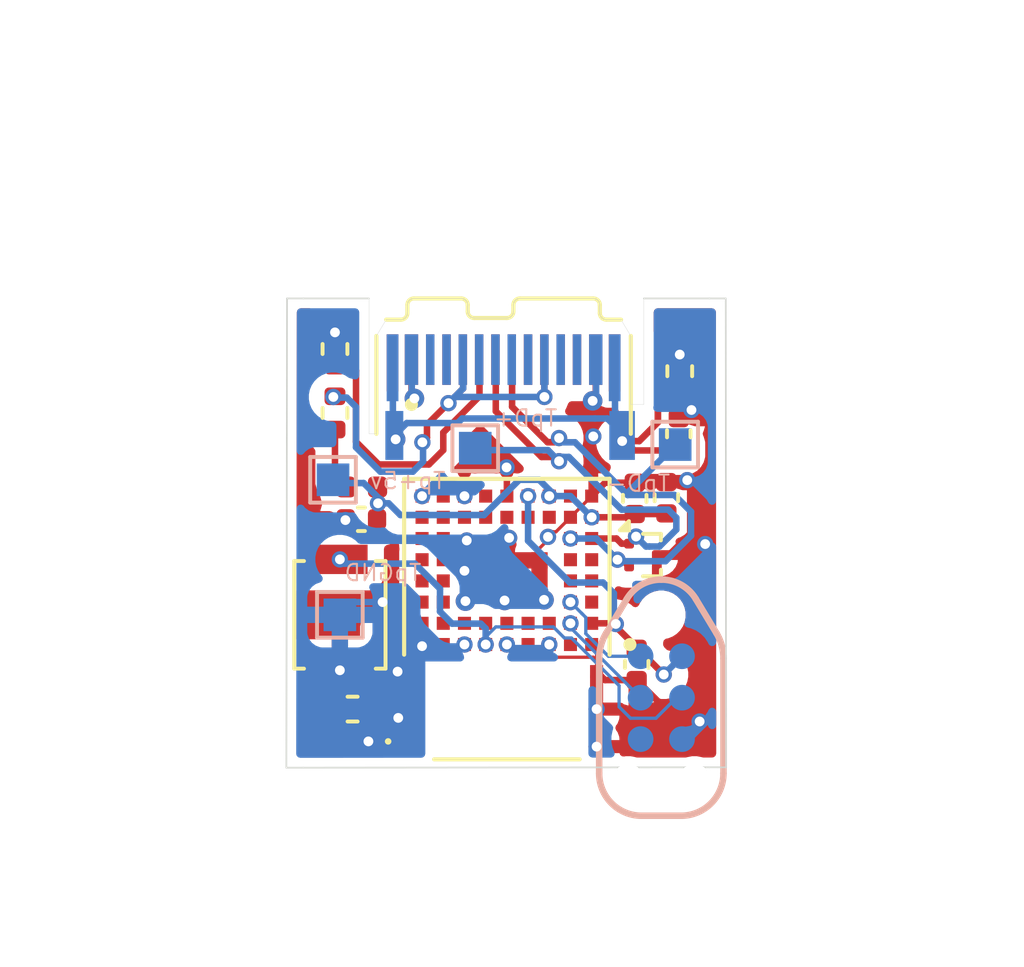
<source format=kicad_pcb>
(kicad_pcb (version 20241229) (generator "pcbnew") (generator_version "9.0")
  (layers (0 "F.Cu" signal) (4 "In1.Cu" signal) (6 "In2.Cu" signal) (8 "In3.Cu" signal) (10 "In4.Cu" signal) (2 "B.Cu" signal) (13 "F.Paste" user) (15 "B.Paste" user) (5 "F.SilkS" user "F.Silkscreen") (7 "B.SilkS" user "B.Silkscreen") (1 "F.Mask" user) (3 "B.Mask" user) (25 "Edge.Cuts" user))
  (net 0 "")
  (net 1 "GND")
  (net 2 "D-")
  (net 3 "Net-(LED_STATUS1-A)")
  (net 4 "D+")
  (net 5 "LED_ST")
  (net 6 "+5V")
  (net 7 "SWDIO")
  (net 8 "RST")
  (net 9 "SWCLK")
  (net 10 "Net-(C26-Pad1)")
  (net 11 "VBUS_Raw")
  (net 13 "VDD_NRF")
  (net 45 "Net-(F1-Pad1)")
  (net 46 "Net-(USB_C2-CC)")
  (footprint "Capacitor_SMD:C_0402_1005Metric" (layer "F.Cu") (at 147.31 109.29)
    (property "Reference" "C22" (hide yes))
    (property "Value" "10uF" (hide yes))
    (pad "1" smd roundrect (at -0.48 0) (size 0.56 0.62) (layers "F.Cu" "F.Mask" "F.Paste") (net 1 "GND"))
    (pad "2" smd roundrect (at 0.48 0) (size 0.56 0.62) (layers "F.Cu" "F.Mask" "F.Paste") (net 6 "+5V"))
  )
  (footprint "Resistor_SMD:R_0402_1005Metric" (layer "F.Cu") (at 146.5 106.03 -90)
    (property "Reference" "FB1" (hide yes))
    (property "Value" "100 Ω @ 100 MHz" (hide yes))
    (pad "1" smd roundrect (at -0.51 0 270) (size 0.54 0.64) (layers "F.Cu" "F.Mask" "F.Paste") (net 11 "VBUS_Raw"))
    (pad "2" smd roundrect (at 0.51 0 270) (size 0.54 0.64) (layers "F.Cu" "F.Mask" "F.Paste") (net 45 "Net-(F1-Pad1)"))
  )
  (footprint "BL653_59:BL653_59" (layer "F.Cu") (at 151.77 112.35 180)
    (property "Reference" "U1" (hide yes))
    (property "Value" "453-00059R" (hide yes))
    (pad "1" smd rect (at -2.6 -0.78 180) (size 0.4 0.4) (layers "F.Cu" "F.Mask" "F.Paste") (net 1 "GND"))
    (pad "2" smd rect (at -1.95 -0.78 180) (size 0.4 0.4) (layers "F.Cu" "F.Mask" "F.Paste"))
    (pad "3" smd rect (at -1.3 -0.78 180) (size 0.4 0.4) (layers "F.Cu" "F.Mask" "F.Paste") (net 1 "GND"))
    (pad "4" smd rect (at -0.65 -0.78 180) (size 0.4 0.4) (layers "F.Cu" "F.Mask" "F.Paste"))
    (pad "5" smd rect (at 0 -0.78 180) (size 0.4 0.4) (layers "F.Cu" "F.Mask" "F.Paste") (net 1 "GND"))
    (pad "6" smd rect (at 0.65 -0.78 180) (size 0.4 0.4) (layers "F.Cu" "F.Mask" "F.Paste") (net 8 "RST"))
    (pad "7" smd rect (at 1.3 -0.78 180) (size 0.4 0.4) (layers "F.Cu" "F.Mask" "F.Paste") (net 1 "GND"))
    (pad "8" smd rect (at 1.95 -0.78 180) (size 0.4 0.4) (layers "F.Cu" "F.Mask" "F.Paste"))
    (pad "9" smd rect (at 2.6 -0.78 180) (size 0.4 0.4) (layers "F.Cu" "F.Mask" "F.Paste") (net 1 "GND"))
    (pad "10" smd rect (at 2.6 -0.13 180) (size 0.4 0.4) (layers "F.Cu" "F.Mask" "F.Paste") (net 5 "LED_ST"))
    (pad "11" smd rect (at 2.6 0.52 180) (size 0.4 0.4) (layers "F.Cu" "F.Mask" "F.Paste") (net 1 "GND"))
    (pad "12" smd rect (at 2.6 1.17 180) (size 0.4 0.4) (layers "F.Cu" "F.Mask" "F.Paste"))
    (pad "13" smd rect (at 2.6 1.82 180) (size 0.4 0.4) (layers "F.Cu" "F.Mask" "F.Paste"))
    (pad "14" smd rect (at 2.6 2.47 180) (size 0.4 0.4) (layers "F.Cu" "F.Mask" "F.Paste"))
    (pad "15" smd rect (at 2.6 3.12 180) (size 0.4 0.4) (layers "F.Cu" "F.Mask" "F.Paste"))
    (pad "16" smd rect (at 2.6 3.77 180) (size 0.4 0.4) (layers "F.Cu" "F.Mask" "F.Paste") (net 1 "GND"))
    (pad "17" smd rect (at 1.95 3.77 180) (size 0.4 0.4) (layers "F.Cu" "F.Mask" "F.Paste"))
    (pad "18" smd rect (at 1.3 3.77 180) (size 0.4 0.4) (layers "F.Cu" "F.Mask" "F.Paste") (net 1 "GND"))
    (pad "19" smd rect (at 0.65 3.77 180) (size 0.4 0.4) (layers "F.Cu" "F.Mask" "F.Paste"))
    (pad "20" smd rect (at 0 3.77 180) (size 0.4 0.4) (layers "F.Cu" "F.Mask" "F.Paste") (net 1 "GND"))
    (pad "21" smd rect (at -0.65 3.77 180) (size 0.4 0.4) (layers "F.Cu" "F.Mask" "F.Paste") (net 13 "VDD_NRF"))
    (pad "22" smd rect (at -1.3 3.77 180) (size 0.4 0.4) (layers "F.Cu" "F.Mask" "F.Paste") (net 6 "+5V"))
    (pad "23" smd rect (at -1.95 3.77 180) (size 0.4 0.4) (layers "F.Cu" "F.Mask" "F.Paste"))
    (pad "24" smd rect (at -2.6 3.77 180) (size 0.4 0.4) (layers "F.Cu" "F.Mask" "F.Paste") (net 1 "GND"))
    (pad "25" smd rect (at -2.6 3.12 180) (size 0.4 0.4) (layers "F.Cu" "F.Mask" "F.Paste") (net 6 "+5V"))
    (pad "26" smd rect (at -2.6 2.47 180) (size 0.4 0.4) (layers "F.Cu" "F.Mask" "F.Paste") (net 4 "D+"))
    (pad "27" smd rect (at -2.6 1.82 180) (size 0.4 0.4) (layers "F.Cu" "F.Mask" "F.Paste"))
    (pad "28" smd rect (at -2.6 1.17 180) (size 0.4 0.4) (layers "F.Cu" "F.Mask" "F.Paste"))
    (pad "29" smd rect (at -2.6 0.52 180) (size 0.4 0.4) (layers "F.Cu" "F.Mask" "F.Paste"))
    (pad "30" smd rect (at -2.6 -0.13 180) (size 0.4 0.4) (layers "F.Cu" "F.Mask" "F.Paste") (net 13 "VDD_NRF"))
    (pad "31" smd rect (at -1.95 -0.13 180) (size 0.4 0.4) (layers "F.Cu" "F.Mask" "F.Paste") (net 9 "SWCLK"))
    (pad "32" smd rect (at -1.3 -0.13 180) (size 0.4 0.4) (layers "F.Cu" "F.Mask" "F.Paste"))
    (pad "33" smd rect (at -0.65 -0.13 180) (size 0.4 0.4) (layers "F.Cu" "F.Mask" "F.Paste"))
    (pad "34" smd rect (at 0 -0.13 180) (size 0.4 0.4) (layers "F.Cu" "F.Mask" "F.Paste"))
    (pad "35" smd rect (at 0.65 -0.13 180) (size 0.4 0.4) (layers "F.Cu" "F.Mask" "F.Paste"))
    (pad "36" smd rect (at 1.3 -0.13 180) (size 0.4 0.4) (layers "F.Cu" "F.Mask" "F.Paste"))
    (pad "37" smd rect (at 1.95 -0.13 180) (size 0.4 0.4) (layers "F.Cu" "F.Mask" "F.Paste"))
    (pad "38" smd rect (at 1.95 0.52 180) (size 0.4 0.4) (layers "F.Cu" "F.Mask" "F.Paste"))
    (pad "39" smd rect (at 1.95 1.17 180) (size 0.4 0.4) (layers "F.Cu" "F.Mask" "F.Paste"))
    (pad "40" smd rect (at 1.95 1.82 180) (size 0.4 0.4) (layers "F.Cu" "F.Mask" "F.Paste"))
    (pad "41" smd rect (at 1.95 2.47 180) (size 0.4 0.4) (layers "F.Cu" "F.Mask" "F.Paste"))
    (pad "42" smd rect (at 1.95 3.12 180) (size 0.4 0.4) (layers "F.Cu" "F.Mask" "F.Paste"))
    (pad "43" smd rect (at 1.3 3.12 180) (size 0.4 0.4) (layers "F.Cu" "F.Mask" "F.Paste"))
    (pad "44" smd rect (at 0.65 3.12 180) (size 0.4 0.4) (layers "F.Cu" "F.Mask" "F.Paste"))
    (pad "45" smd rect (at 0 3.12 180) (size 0.4 0.4) (layers "F.Cu" "F.Mask" "F.Paste"))
    (pad "46" smd rect (at -0.65 3.12 180) (size 0.4 0.4) (layers "F.Cu" "F.Mask" "F.Paste"))
    (pad "47" smd rect (at -1.3 3.12 180) (size 0.4 0.4) (layers "F.Cu" "F.Mask" "F.Paste"))
    (pad "48" smd rect (at -1.95 3.12 180) (size 0.4 0.4) (layers "F.Cu" "F.Mask" "F.Paste") (net 1 "GND"))
    (pad "49" smd rect (at -1.95 2.47 180) (size 0.4 0.4) (layers "F.Cu" "F.Mask" "F.Paste") (net 2 "D-"))
    (pad "50" smd rect (at -1.95 1.82 180) (size 0.4 0.4) (layers "F.Cu" "F.Mask" "F.Paste"))
    (pad "51" smd rect (at -1.95 1.17 180) (size 0.4 0.4) (layers "F.Cu" "F.Mask" "F.Paste"))
    (pad "52" smd rect (at -1.95 0.52 180) (size 0.4 0.4) (layers "F.Cu" "F.Mask" "F.Paste") (net 7 "SWDIO"))
    (pad "G1" smd rect (at -1 1.8 180) (size 0.5 0.5) (layers "F.Cu" "F.Mask" "F.Paste") (net 1 "GND"))
    (pad "G2" smd rect (at 2.75 -3.91 180) (size 0.4 0.4) (layers "F.Cu" "F.Mask" "F.Paste") (net 1 "GND"))
    (pad "G3" smd rect (at 2.75 -2.76 180) (size 0.4 0.4) (layers "F.Cu" "F.Mask" "F.Paste") (net 1 "GND"))
    (pad "G4" smd rect (at 2.75 -1.61 180) (size 0.4 0.4) (layers "F.Cu" "F.Mask" "F.Paste") (net 1 "GND"))
    (pad "G5" smd rect (at -2.75 -1.61 180) (size 0.4 0.4) (layers "F.Cu" "F.Mask" "F.Paste") (net 1 "GND"))
    (pad "G6" smd rect (at -2.75 -2.76 180) (size 0.4 0.4) (layers "F.Cu" "F.Mask" "F.Paste") (net 1 "GND"))
    (pad "G7" smd rect (at -2.75 -3.91 180) (size 0.4 0.4) (layers "F.Cu" "F.Mask" "F.Paste") (net 1 "GND"))
    (zone (net 0) (net_name "") (layer "F.Cu") (connect_pads (clearance 0)) (min_thickness 0.01)
      (keepout (tracks not_allowed) (vias not_allowed) (pads not_allowed) (copperpour not_allowed) (footprints allowed))
      (fill (thermal_gap 0.508) (thermal_bridge_width 0.508))
      (polygon (pts (xy 154.27 116.65) (xy 149.27 116.65) (xy 149.27 113.65) (xy 154.27 113.65)))
    )
    (zone (net 0) (net_name "") (layer "B.Cu") (connect_pads (clearance 0)) (min_thickness 0.01)
      (keepout (tracks not_allowed) (vias not_allowed) (pads not_allowed) (copperpour not_allowed) (footprints allowed))
      (fill (thermal_gap 0.508) (thermal_bridge_width 0.508))
      (polygon (pts (xy 154.27 116.65) (xy 149.27 116.65) (xy 149.27 113.65) (xy 154.27 113.65)))
    )
  )
  (footprint "USB_C_MALE_LONG:USB_C_MALE_LONG" (layer "F.Cu") (at 151.67 102.52 180)
    (property "Reference" "USB_C2" (hide yes))
    (property "Value" "DX07P024AJ1R1500" (hide yes))
    (fp_line (start 4.125 -4.15) (end 4.125 0) (stroke (width 0.01)) (layer "Edge.Cuts"))
    (fp_line (start 3.9 -1.15) (end 3.9 -4.15) (stroke (width 0.01)) (layer "Edge.Cuts"))
    (fp_line (start 3.9 -4.15) (end 4.125 -4.15) (stroke (width 0.01)) (layer "Edge.Cuts"))
    (fp_line (start 3.6 -0.65) (end 3.9 -1.15) (stroke (width 0.01)) (layer "Edge.Cuts"))
    (fp_line (start 3.6 -0.65) (end 3.15 -0.65) (stroke (width 0.01)) (layer "Edge.Cuts"))
    (fp_line (start 2.95 -0.45) (end 2.95 -0.2) (stroke (width 0.01)) (layer "Edge.Cuts"))
    (fp_line (start 2.75 0) (end 1.3 0) (stroke (width 0.01)) (layer "Edge.Cuts"))
    (fp_line (start 1.1 -0.2) (end 1.1 -0.4) (stroke (width 0.01)) (layer "Edge.Cuts"))
    (fp_line (start 0.9 -0.6) (end -0.1 -0.6) (stroke (width 0.01)) (layer "Edge.Cuts"))
    (fp_line (start -0.3 -0.4) (end -0.3 -0.2) (stroke (width 0.01)) (layer "Edge.Cuts"))
    (fp_line (start -0.5 0) (end -2.75 0) (stroke (width 0.01)) (layer "Edge.Cuts"))
    (fp_line (start -2.95 -0.2) (end -2.95 -0.45) (stroke (width 0.01)) (layer "Edge.Cuts"))
    (fp_line (start -3.15 -0.65) (end -3.6 -0.65) (stroke (width 0.01)) (layer "Edge.Cuts"))
    (fp_line (start -3.6 -0.65) (end -3.9 -1.15) (stroke (width 0.01)) (layer "Edge.Cuts"))
    (fp_line (start -3.9 -1.15) (end -3.9 -3.25) (stroke (width 0.01)) (layer "Edge.Cuts"))
    (fp_line (start -3.9 -3.25) (end -4.3 -3.25) (stroke (width 0.01)) (layer "Edge.Cuts"))
    (fp_line (start -4.3 -3.25) (end -4.3 0) (stroke (width 0.01)) (layer "Edge.Cuts"))
    (fp_arc (start 2.95 -0.2) (mid 2.891421 -0.058579) (end 2.75 0) (stroke (width 0.01)) (layer "Edge.Cuts"))
    (fp_arc (start 2.95 -0.45) (mid 3.008579 -0.591421) (end 3.15 -0.65) (stroke (width 0.01)) (layer "Edge.Cuts"))
    (fp_arc (start 1.3 0) (mid 1.158579 -0.058579) (end 1.1 -0.2) (stroke (width 0.01)) (layer "Edge.Cuts"))
    (fp_arc (start 0.9 -0.6) (mid 1.041421 -0.541421) (end 1.1 -0.4) (stroke (width 0.01)) (layer "Edge.Cuts"))
    (fp_arc (start -0.3 -0.2) (mid -0.358579 -0.058579) (end -0.5 0) (stroke (width 0.01)) (layer "Edge.Cuts"))
    (fp_arc (start -0.3 -0.4) (mid -0.241421 -0.541421) (end -0.1 -0.6) (stroke (width 0.01)) (layer "Edge.Cuts"))
    (fp_arc (start -2.75 0) (mid -2.891421 -0.058579) (end -2.95 -0.2) (stroke (width 0.01)) (layer "Edge.Cuts"))
    (fp_arc (start -3.15 -0.65) (mid -3.008579 -0.591421) (end -2.95 -0.45) (stroke (width 0.01)) (layer "Edge.Cuts"))
    (pad "A1" smd rect (at 2.825 -1.875 180) (size 0.41 1.55) (layers "F.Cu" "F.Mask" "F.Paste") (net 1 "GND"))
    (pad "A2" smd rect (at 2.25 -1.875 180) (size 0.26 1.55) (layers "F.Cu" "F.Mask" "F.Paste"))
    (pad "A3" smd rect (at 1.75 -1.875 180) (size 0.26 1.55) (layers "F.Cu" "F.Mask" "F.Paste"))
    (pad "A4" smd rect (at 1.25 -1.875 180) (size 0.26 1.55) (layers "F.Cu" "F.Mask" "F.Paste") (net 11 "VBUS_Raw"))
    (pad "A5" smd rect (at 0.75 -1.875 180) (size 0.26 1.55) (layers "F.Cu" "F.Mask" "F.Paste") (net 46 "Net-(USB_C2-CC)"))
    (pad "A6" smd rect (at 0.25 -1.875 180) (size 0.26 1.55) (layers "F.Cu" "F.Mask" "F.Paste") (net 4 "D+"))
    (pad "A7" smd rect (at -0.25 -1.875 180) (size 0.26 1.55) (layers "F.Cu" "F.Mask" "F.Paste") (net 2 "D-"))
    (pad "A8" smd rect (at -0.75 -1.875 180) (size 0.26 1.55) (layers "F.Cu" "F.Mask" "F.Paste"))
    (pad "A9" smd rect (at -1.25 -1.875 180) (size 0.26 1.55) (layers "F.Cu" "F.Mask" "F.Paste") (net 11 "VBUS_Raw"))
    (pad "A10" smd rect (at -1.75 -1.875 180) (size 0.26 1.55) (layers "F.Cu" "F.Mask" "F.Paste"))
    (pad "A11" smd rect (at -2.25 -1.875 180) (size 0.26 1.55) (layers "F.Cu" "F.Mask" "F.Paste"))
    (pad "A12" smd rect (at -2.825 -1.875 180) (size 0.41 1.55) (layers "F.Cu" "F.Mask" "F.Paste") (net 1 "GND"))
    (pad "B1" smd rect (at -2.825 -1.875 180) (size 0.41 1.55) (layers "B.Cu" "B.Mask" "B.Paste") (net 1 "GND"))
    (pad "B2" smd rect (at -2.25 -1.875 180) (size 0.26 1.55) (layers "B.Cu" "B.Mask" "B.Paste"))
    (pad "B3" smd rect (at -1.75 -1.875 180) (size 0.26 1.55) (layers "B.Cu" "B.Mask" "B.Paste"))
    (pad "B4" smd rect (at -1.25 -1.875 180) (size 0.26 1.55) (layers "B.Cu" "B.Mask" "B.Paste") (net 11 "VBUS_Raw"))
    (pad "B5" smd rect (at -0.75 -1.875 180) (size 0.26 1.55) (layers "B.Cu" "B.Mask" "B.Paste"))
    (pad "B6" smd rect (at -0.25 -1.875 180) (size 0.26 1.55) (layers "B.Cu" "B.Mask" "B.Paste"))
    (pad "B7" smd rect (at 0.25 -1.875 180) (size 0.26 1.55) (layers "B.Cu" "B.Mask" "B.Paste"))
    (pad "B8" smd rect (at 0.75 -1.875 180) (size 0.26 1.55) (layers "B.Cu" "B.Mask" "B.Paste"))
    (pad "B9" smd rect (at 1.25 -1.875 180) (size 0.26 1.55) (layers "B.Cu" "B.Mask" "B.Paste") (net 11 "VBUS_Raw"))
    (pad "B10" smd rect (at 1.75 -1.875 180) (size 0.26 1.55) (layers "B.Cu" "B.Mask" "B.Paste"))
    (pad "B11" smd rect (at 2.25 -1.875 180) (size 0.26 1.55) (layers "B.Cu" "B.Mask" "B.Paste"))
    (pad "B12" smd rect (at 2.825 -1.875 180) (size 0.41 1.55) (layers "B.Cu" "B.Mask" "B.Paste") (net 1 "GND"))
    (pad "S1" smd rect (at -3.405 -1.975 180) (size 0.36 1.75) (layers "F.Cu" "F.Mask" "F.Paste"))
    (pad "S2" smd rect (at 3.405 -1.975 180) (size 0.36 1.75) (layers "F.Cu" "F.Mask" "F.Paste"))
    (pad "S3" smd rect (at -3.405 -2.125 180) (size 0.36 2.05) (layers "B.Cu" "B.Mask" "B.Paste") (net 10 "Net-(C26-Pad1)"))
    (pad "S4" smd rect (at 3.405 -2.125 180) (size 0.36 2.05) (layers "B.Cu" "B.Mask" "B.Paste") (net 10 "Net-(C26-Pad1)"))
    (pad "S5" smd rect (at -3.6325 -4.2 180) (size 0.785 1.5) (layers "B.Cu" "B.Mask" "B.Paste") (net 10 "Net-(C26-Pad1)"))
    (pad "S6" smd rect (at 3.35 -4.2 180) (size 0.55 1.5) (layers "B.Cu" "B.Mask" "B.Paste") (net 10 "Net-(C26-Pad1)"))
  )
  (footprint "Resistor_SMD:R_0402_1005Metric" (layer "F.Cu") (at 157.07 104.75 90)
    (property "Reference" "R26" (hide yes))
    (property "Value" "1M" (hide yes))
    (pad "1" smd roundrect (at -0.51 0 90) (size 0.54 0.64) (layers "F.Cu" "F.Mask" "F.Paste") (net 10 "Net-(C26-Pad1)"))
    (pad "2" smd roundrect (at 0.51 0 90) (size 0.54 0.64) (layers "F.Cu" "F.Mask" "F.Paste") (net 1 "GND"))
  )
  (footprint "Capacitor_SMD:C_0402_1005Metric" (layer "F.Cu") (at 156.66 108.63 -90)
    (property "Reference" "C11" (hide yes))
    (property "Value" "4.7uF" (hide yes))
    (pad "1" smd roundrect (at -0.48 0 270) (size 0.56 0.62) (layers "F.Cu" "F.Mask" "F.Paste") (net 1 "GND"))
    (pad "2" smd roundrect (at 0.48 0 270) (size 0.56 0.62) (layers "F.Cu" "F.Mask" "F.Paste") (net 6 "+5V"))
  )
  (footprint "Button_Switch_SMD:SW_SPST_B3U-1000P" (layer "F.Cu") (at 146.65 112.22 -90)
    (property "Reference" "SWReset_1" (hide yes))
    (property "Value" "B3U-1100P" (hide yes))
    (pad "1" smd rect (at -1.7 0 270) (size 0.9 1.7) (layers "F.Cu" "F.Mask" "F.Paste") (net 8 "RST"))
    (pad "2" smd rect (at 1.7 0 270) (size 0.9 1.7) (layers "F.Cu" "F.Mask" "F.Paste") (net 1 "GND"))
  )
  (footprint "Fuse:Fuse_0402_1005Metric" (layer "F.Cu") (at 147.32 108.3)
    (property "Reference" "F1" (hide yes))
    (property "Value" "750mA" (hide yes))
    (pad "1" smd roundrect (at -0.485 0) (size 0.59 0.64) (layers "F.Cu" "F.Mask" "F.Paste") (net 45 "Net-(F1-Pad1)"))
    (pad "2" smd roundrect (at 0.485 0) (size 0.59 0.64) (layers "F.Cu" "F.Mask" "F.Paste") (net 6 "+5V"))
  )
  (footprint "Package_TO_SOT_SMD:Texas_DRT-3" (layer "F.Cu") (at 155.9425 110.3875 -90)
    (property "Reference" "ESD1" (hide yes))
    (property "Value" "TPD2EUSB30" (hide yes))
    (pad "1" smd roundrect (at -0.35 0.425 270) (size 0.3 0.3) (layers "F.Cu" "F.Mask" "F.Paste") (net 4 "D+"))
    (pad "2" smd roundrect (at 0.35 0.425 270) (size 0.3 0.3) (layers "F.Cu" "F.Mask" "F.Paste") (net 2 "D-"))
    (pad "3" smd roundrect (at 0 -0.425 270) (size 0.3 0.3) (layers "F.Cu" "F.Mask" "F.Paste") (net 1 "GND"))
  )
  (footprint "Capacitor_SMD:C_0402_1005Metric" (layer "F.Cu") (at 155.75 113.74 90)
    (property "Reference" "C24" (hide yes))
    (property "Value" "100nF" (hide yes))
    (pad "1" smd roundrect (at -0.48 0 90) (size 0.56 0.62) (layers "F.Cu" "F.Mask" "F.Paste") (net 1 "GND"))
    (pad "2" smd roundrect (at 0.48 0 90) (size 0.56 0.62) (layers "F.Cu" "F.Mask" "F.Paste") (net 13 "VDD_NRF"))
  )
  (footprint "Capacitor_SMD:C_0402_1005Metric" (layer "F.Cu") (at 155.69 108.65 90)
    (property "Reference" "C23" (hide yes))
    (property "Value" "100nF" (hide yes))
    (pad "1" smd roundrect (at -0.48 0 90) (size 0.56 0.62) (layers "F.Cu" "F.Mask" "F.Paste") (net 6 "+5V"))
    (pad "2" smd roundrect (at 0.48 0 90) (size 0.56 0.62) (layers "F.Cu" "F.Mask" "F.Paste") (net 1 "GND"))
  )
  (footprint "LED_SMD:LED_0402_1005Metric" (layer "F.Cu") (at 147.04 116.1 180)
    (property "Reference" "LED_STATUS1" (hide yes))
    (property "Value" "LED" (hide yes))
    (pad "1" smd roundrect (at -0.485 0 180) (size 0.59 0.64) (layers "F.Cu" "F.Mask" "F.Paste") (net 1 "GND"))
    (pad "2" smd roundrect (at 0.485 0 180) (size 0.59 0.64) (layers "F.Cu" "F.Mask" "F.Paste") (net 3 "Net-(LED_STATUS1-A)"))
  )
  (footprint "Capacitor_SMD:C_0402_1005Metric" (layer "F.Cu") (at 157.04 106.67 90)
    (property "Reference" "C26" (hide yes))
    (property "Value" "1nF" (hide yes))
    (pad "1" smd roundrect (at -0.48 0 90) (size 0.56 0.62) (layers "F.Cu" "F.Mask" "F.Paste") (net 10 "Net-(C26-Pad1)"))
    (pad "2" smd roundrect (at 0.48 0 90) (size 0.56 0.62) (layers "F.Cu" "F.Mask" "F.Paste") (net 1 "GND"))
  )
  (footprint "Resistor_SMD:R_0402_1005Metric" (layer "F.Cu") (at 147.04 115.11 180)
    (property "Reference" "R21" (hide yes))
    (property "Value" "3.3k" (hide yes))
    (pad "1" smd roundrect (at -0.51 0 180) (size 0.54 0.64) (layers "F.Cu" "F.Mask" "F.Paste") (net 5 "LED_ST"))
    (pad "2" smd roundrect (at 0.51 0 180) (size 0.54 0.64) (layers "F.Cu" "F.Mask" "F.Paste") (net 3 "Net-(LED_STATUS1-A)"))
  )
  (footprint "Resistor_SMD:R_0402_1005Metric" (layer "F.Cu") (at 146.5 104.07 -90)
    (property "Reference" "R23" (hide yes))
    (property "Value" "5k1" (hide yes))
    (pad "1" smd roundrect (at -0.51 0 270) (size 0.54 0.64) (layers "F.Cu" "F.Mask" "F.Paste") (net 1 "GND"))
    (pad "2" smd roundrect (at 0.51 0 270) (size 0.54 0.64) (layers "F.Cu" "F.Mask" "F.Paste") (net 46 "Net-(USB_C2-CC)"))
  )
  (footprint "marbastlib-various:CON_TC2030_outlined" (layer "B.Cu") (at 156.505 114.76 -90)
    (property "Reference" "SWD1" (hide yes))
    (property "Value" "TC2030_SWD" (hide yes))
    (pad "" np_thru_hole circle (at -2.54 0 270) (size 0.9906 0.9906) (drill 0.9906) (layers "*.Cu" "*.Mask"))
    (pad "" np_thru_hole circle (at 2.54 -1.016 270) (size 0.9906 0.9906) (drill 0.9906) (layers "*.Cu" "*.Mask"))
    (pad "" np_thru_hole circle (at 2.54 1.016 270) (size 0.9906 0.9906) (drill 0.9906) (layers "*.Cu" "*.Mask"))
    (pad "1" connect circle (at -1.27 -0.635 270) (size 0.7874 0.7874) (layers "B.Cu" "B.Mask") (net 13 "VDD_NRF"))
    (pad "2" connect circle (at -1.27 0.635 270) (size 0.7874 0.7874) (layers "B.Cu" "B.Mask") (net 7 "SWDIO"))
    (pad "3" connect circle (at 0 -0.635 270) (size 0.7874 0.7874) (layers "B.Cu" "B.Mask") (net 8 "RST"))
    (pad "4" connect circle (at 0 0.635 270) (size 0.7874 0.7874) (layers "B.Cu" "B.Mask") (net 9 "SWCLK"))
    (pad "5" connect circle (at 1.27 -0.635 270) (size 0.7874 0.7874) (layers "B.Cu" "B.Mask") (net 1 "GND"))
    (pad "6" connect circle (at 1.27 0.635 270) (size 0.7874 0.7874) (layers "B.Cu" "B.Mask"))
  )
  (footprint "TestPoint:TestPoint_Pad_1.0x1.0mm" (layer "B.Cu") (at 156.93 107)
    (property "Reference" "TpD-" (at -1.13 1.19 180) (layer "B.SilkS") (effects (font (size 0.5 0.5) (thickness 0.0625)) (justify mirror)))
    (property "Value" "TestPoint" (hide yes))
    (pad "1" smd rect (at 0 0) (size 1 1) (layers "B.Cu" "B.Mask") (net 2 "D-"))
  )
  (footprint "TestPoint:TestPoint_Pad_1.0x1.0mm" (layer "B.Cu") (at 146.44 108.08)
    (property "Reference" "Tp+5v" (at 2.29 0.03 180) (layer "B.SilkS") (effects (font (size 0.5 0.5) (thickness 0.0625)) (justify mirror)))
    (property "Value" "TestPoint" (hide yes))
    (pad "1" smd rect (at 0 0) (size 1 1) (layers "B.Cu" "B.Mask") (net 6 "+5V"))
  )
  (footprint "TestPoint:TestPoint_Pad_1.0x1.0mm" (layer "B.Cu") (at 146.65 112.22)
    (property "Reference" "TpGND" (at 1.32 -1.29 180) (layer "B.SilkS") (effects (font (size 0.5 0.5) (thickness 0.0625)) (justify mirror)))
    (property "Value" "TestPoint" (hide yes))
    (pad "1" smd rect (at 0 0) (size 1 1) (layers "B.Cu" "B.Mask") (net 1 "GND"))
  )
  (footprint "TestPoint:TestPoint_Pad_1.0x1.0mm" (layer "B.Cu") (at 150.8 107.11)
    (property "Reference" "TpD+" (at 1.54 -0.92 180) (layer "B.SilkS") (effects (font (size 0.5 0.5) (thickness 0.0625)) (justify mirror)))
    (property "Value" "TestPoint" (hide yes))
    (pad "1" smd rect (at 0 0) (size 1 1) (layers "B.Cu" "B.Mask") (net 4 "D+"))
  )
  (gr_line (start 147.54 102.52) (end 145.53 102.52) (stroke (width 0.05)) (layer "Edge.Cuts"))
  (gr_line (start 157.98 102.52) (end 158.48 102.52) (stroke (width 0.05)) (layer "Edge.Cuts"))
  (gr_line (start 145.53 116.905115) (end 157.87 116.895) (stroke (width 0.05)) (layer "Edge.Cuts"))
  (gr_line (start 145.53 102.52) (end 145.03 102.52) (stroke (width 0.05)) (layer "Edge.Cuts"))
  (gr_line (start 158.48 102.52) (end 158.49 116.89491) (stroke (width 0.05)) (layer "Edge.Cuts"))
  (gr_line (start 145.03 102.52) (end 145.01 116.905115) (stroke (width 0.05)) (layer "Edge.Cuts"))
  (gr_line (start 145.53 116.905115) (end 145.01 116.905115) (stroke (width 0.05)) (layer "Edge.Cuts"))
  (gr_line (start 157.87 116.895) (end 157.9798 116.89491) (stroke (width 0.05)) (layer "Edge.Cuts"))
  (gr_line (start 155.97 102.52) (end 157.98 102.52) (stroke (width 0.05)) (layer "Edge.Cuts"))
  (gr_line (start 157.9798 116.89491) (end 158.49 116.89491) (stroke (width 0.05)) (layer "Edge.Cuts"))
  (segment (start 152.77 110.18) (end 153.03 109.92) (width 0.1) (layer "F.Cu") (net 1))
  (segment (start 153.72 109.23) (end 153.275 109.675) (width 0.1) (layer "F.Cu") (net 1))
  (segment (start 154.495 104.395) (end 154.495 105.675) (width 0.2) (layer "F.Cu") (net 1))
  (segment (start 151.76 107.7) (end 151.77 107.71) (width 0.2) (layer "F.Cu") (net 1))
  (segment (start 154.52 113.28) (end 154.52 113.62) (width 0.1) (layer "F.Cu") (net 1))
  (segment (start 157.39 108.14) (end 157.34 108.09) (width 0.1) (layer "F.Cu") (net 1))
  (segment (start 157.12 110.01) (end 156.7425 110.3875) (width 0.2) (layer "F.Cu") (net 1))
  (segment (start 154.37 105.82) (end 154.4 105.79) (width 0.1) (layer "F.Cu") (net 1))
  (segment (start 153.185 109.675) (end 153.03 109.83) (width 0.1) (layer "F.Cu") (net 1))
  (segment (start 157.25 108.04) (end 156.77 108.04) (width 0.2) (layer "F.Cu") (net 1))
  (segment (start 154.78 108.17) (end 155.69 108.17) (width 0.2) (layer "F.Cu") (net 1))
  (segment (start 155.75 114.22) (end 154.78 114.22) (width 0.2) (layer "F.Cu") (net 1))
  (segment (start 148.42 113.96) (end 149.02 113.96) (width 0.1) (layer "F.Cu") (net 1))
  (segment (start 156.7425 110.3875) (end 156.3675 110.3875) (width 0.2) (layer "F.Cu") (net 1))
  (segment (start 156.64 108.17) (end 156.66 108.15) (width 0.1) (layer "F.Cu") (net 1))
  (segment (start 153.07 113.13) (end 153.07 113.43) (width 0.1) (layer "F.Cu") (net 1))
  (segment (start 154.78 114.22) (end 154.52 113.96) (width 0.2) (layer "F.Cu") (net 1))
  (segment (start 154.495 105.675) (end 154.48 105.66) (width 0.1) (layer "F.Cu") (net 1))
  (segment (start 157.85 110.05) (end 157.08 110.05) (width 0.2) (layer "F.Cu") (net 1))
  (segment (start 149.02 113.28) (end 149.12 113.18) (width 0.1) (layer "F.Cu") (net 1))
  (segment (start 157.02 115.49) (end 157.68 115.49) (width 0.2) (layer "F.Cu") (net 1))
  (segment (start 153.72 109.23) (end 154.37 108.58) (width 0.1) (layer "F.Cu") (net 1))
  (segment (start 153.16 113.52) (end 154.42 113.52) (width 0.1) (layer "F.Cu") (net 1))
  (segment (start 157.16 110.05) (end 157.12 110.01) (width 0.1) (layer "F.Cu") (net 1))
  (segment (start 148.845 104.395) (end 148.845 105.495) (width 0.2) (layer "F.Cu") (net 1))
  (segment (start 157.04 106.19) (end 157.18 106.19) (width 0.1) (layer "F.Cu") (net 1))
  (segment (start 147.525 116.1) (end 147.685 116.26) (width 0.1) (layer "F.Cu") (net 1))
  (segment (start 153.07 113.43) (end 153.16 113.52) (width 0.1) (layer "F.Cu") (net 1))
  (segment (start 154.42 113.52) (end 154.52 113.62) (width 0.1) (layer "F.Cu") (net 1))
  (segment (start 149.17 113.81) (end 149.02 113.96) (width 0.1) (layer "F.Cu") (net 1))
  (segment (start 153.03 109.92) (end 153.03 109.83) (width 0.1) (layer "F.Cu") (net 1))
  (segment (start 154.42 106.75) (end 154.37 106.8) (width 0.2) (layer "F.Cu") (net 1))
  (segment (start 149.02 116.2) (end 149.02 116.26) (width 0.1) (layer "F.Cu") (net 1))
  (segment (start 154.48 105.66) (end 154.4 105.66) (width 0.1) (layer "F.Cu") (net 1))
  (segment (start 157.3 108.09) (end 157.25 108.04) (width 0.2) (layer "F.Cu") (net 1))
  (segment (start 154.52 113.62) (end 154.52 113.96) (width 0.1) (layer "F.Cu") (net 1))
  (segment (start 149.17 111.83) (end 147.96 111.83) (width 0.2) (layer "F.Cu") (net 1))
  (segment (start 155.75 114.22) (end 157.02 115.49) (width 0.2) (layer "F.Cu") (net 1))
  (segment (start 156.77 108.04) (end 156.64 108.17) (width 0.1) (layer "F.Cu") (net 1))
  (segment (start 153.275 109.675) (end 153.185 109.675) (width 0.1) (layer "F.Cu") (net 1))
  (segment (start 149.12 113.18) (end 149.17 113.18) (width 0.1) (layer "F.Cu") (net 1))
  (segment (start 154.37 113.13) (end 154.52 113.28) (width 0.1) (layer "F.Cu") (net 1))
  (segment (start 151.77 107.71) (end 151.77 108.58) (width 0.2) (layer "F.Cu") (net 1))
  (segment (start 155.69 108.17) (end 156.64 108.17) (width 0.2) (layer "F.Cu") (net 1))
  (segment (start 154.37 106.8) (end 154.37 108.58) (width 0.2) (layer "F.Cu") (net 1))
  (segment (start 157.39 108.14) (end 157.39 109.74) (width 0.2) (layer "F.Cu") (net 1))
  (segment (start 154.4 105.79) (end 154.4 105.66) (width 0.1) (layer "F.Cu") (net 1))
  (segment (start 147.685 116.26) (end 149.02 116.26) (width 0.1) (layer "F.Cu") (net 1))
  (segment (start 148.845 105.495) (end 148.935 105.585) (width 0.1) (layer "F.Cu") (net 1))
  (segment (start 157.08 110.05) (end 156.7425 110.3875) (width 0.2) (layer "F.Cu") (net 1))
  (segment (start 157.18 106.19) (end 157.43 105.94) (width 0.1) (layer "F.Cu") (net 1))
  (segment (start 152.77 110.55) (end 152.77 110.18) (width 0.1) (layer "F.Cu") (net 1))
  (segment (start 149.17 113.18) (end 149.17 113.81) (width 0.1) (layer "F.Cu") (net 1))
  (segment (start 157.34 108.09) (end 157.3 108.09) (width 0.1) (layer "F.Cu") (net 1))
  (segment (start 152.62 110.4) (end 152.77 110.55) (width 0.1) (layer "F.Cu") (net 1))
  (segment (start 146.82 109.315) (end 146.845 109.34) (width 0.1) (layer "F.Cu") (net 1))
  (segment (start 154.37 108.58) (end 154.78 108.17) (width 0.2) (layer "F.Cu") (net 1))
  (segment (start 148.96 115.05) (end 149.02 115.11) (width 0.1) (layer "F.Cu") (net 1))
  (segment (start 154.52 115.11) (end 154.52 113.96) (width 0.2) (layer "F.Cu") (net 1))
  (segment (start 157.39 109.74) (end 157.12 110.01) (width 0.2) (layer "F.Cu") (net 1))
  (via (at 150.47 110.87) (size 0.6) (drill 0.3) (layers "F.Cu" "B.Cu") (net 1))
  (via (at 157.3 108.09) (size 0.5) (drill 0.3) (layers "F.Cu" "B.Cu") (net 1))
  (via (at 148.935 105.585) (size 0.6) (drill 0.3) (layers "F.Cu" "B.Cu") (net 1))
  (via (at 153.07 113.13) (size 0.5) (drill 0.3) (layers "F.Cu" "B.Cu") (net 1))
  (via (at 146.65 113.92) (size 0.5) (drill 0.3) (layers "F.Cu" "B.Cu") (net 1))
  (via (at 150.47 113.13) (size 0.5) (drill 0.3) (layers "F.Cu" "B.Cu") (net 1))
  (via (at 157.68 115.49) (size 0.5) (drill 0.3) (layers "F.Cu" "B.Cu") (net 1))
  (via (at 153.03 109.83) (size 0.5) (drill 0.3) (layers "F.Cu" "B.Cu") (net 1))
  (via (at 157.85 110.05) (size 0.5) (drill 0.3) (layers "F.Cu" "B.Cu") (net 1))
  (via (at 147.525 116.1) (size 0.5) (drill 0.3) (layers "F.Cu" "B.Cu") (net 1))
  (via (at 157.07 104.24) (size 0.5) (drill 0.3) (layers "F.Cu" "B.Cu") (net 1))
  (via (at 151.77 113.13) (size 0.5) (drill 0.3) (layers "F.Cu" "B.Cu") (net 1))
  (via (at 152.91 111.76) (size 0.6) (drill 0.3) (layers "F.Cu" "B.Cu") (net 1))
  (via (at 154.52 116.26) (size 0.5) (drill 0.3) (layers "F.Cu" "B.Cu") (net 1))
  (via (at 157.43 105.94) (size 0.5) (drill 0.3) (layers "F.Cu" "B.Cu") (net 1))
  (via (at 154.4 105.66) (size 0.6) (drill 0.3) (layers "F.Cu" "B.Cu") (net 1))
  (via (at 148.42 113.96) (size 0.5) (drill 0.3) (layers "F.Cu" "B.Cu") (net 1))
  (via (at 151.76 107.7) (size 0.5) (drill 0.3) (layers "F.Cu" "B.Cu") (net 1))
  (via (at 151.7 111.78) (size 0.6) (drill 0.3) (layers "F.Cu" "B.Cu") (net 1))
  (via (at 148.44 115.38) (size 0.6) (drill 0.3) (layers "F.Cu" "B.Cu") (net 1))
  (via (at 146.82 109.315) (size 0.5) (drill 0.3) (layers "F.Cu" "B.Cu") (net 1))
  (via (at 151.84 109.86) (size 0.5) (drill 0.3) (layers "F.Cu" "B.Cu") (net 1))
  (via (at 150.5 111.8) (size 0.6) (drill 0.3) (layers "F.Cu" "B.Cu") (net 1))
  (via (at 147.96 111.83) (size 0.5) (drill 0.3) (layers "F.Cu" "B.Cu") (net 1))
  (via (at 146.5 103.56) (size 0.5) (drill 0.3) (layers "F.Cu" "B.Cu") (net 1))
  (via (at 154.52 115.11) (size 0.5) (drill 0.3) (layers "F.Cu" "B.Cu") (net 1))
  (via (at 149.17 108.58) (size 0.5) (drill 0.3) (layers "F.Cu" "B.Cu") (net 1))
  (via (at 154.42 106.75) (size 0.5) (drill 0.3) (layers "F.Cu" "B.Cu") (net 1))
  (via (at 149.17 113.18) (size 0.5) (drill 0.3) (layers "F.Cu" "B.Cu") (net 1))
  (via (at 150.54 109.94) (size 0.5) (drill 0.3) (layers "F.Cu" "B.Cu") (net 1))
  (via (at 150.47 108.58) (size 0.5) (drill 0.3) (layers "F.Cu" "B.Cu") (net 1))
  (segment (start 147.96 111.83) (end 147.04 111.83) (width 0.2) (layer "B.Cu") (net 1))
  (segment (start 148.935 105.585) (end 148.855 105.505) (width 0.2) (layer "B.Cu") (net 1))
  (segment (start 148.855 105.505) (end 148.855 104.5725) (width 0.2) (layer "B.Cu") (net 1))
  (segment (start 147.04 111.83) (end 146.65 112.22) (width 0.2) (layer "B.Cu") (net 1))
  (segment (start 157.14 116.03) (end 157.68 115.49) (width 0.2) (layer "B.Cu") (net 1))
  (segment (start 146.07 115.69) (end 146.13 115.75) (width 0.1) (layer "B.Cu") (net 1))
  (segment (start 154.4 105.66) (end 154.505 105.555) (width 0.2) (layer "B.Cu") (net 1))
  (segment (start 154.505 105.555) (end 154.505 104.5725) (width 0.2) (layer "B.Cu") (net 1))
  (segment (start 153.37 106.8) (end 153.245 106.925) (width 0.2) (layer "F.Cu") (net 2))
  (segment (start 153.018197 106.929999) (end 153.240001 106.929999) (width 0.2) (layer "F.Cu") (net 2))
  (segment (start 151.93 105.841802) (end 153.018197 106.929999) (width 0.2) (layer "F.Cu") (net 2))
  (segment (start 153.240001 106.929999) (end 153.37 106.8) (width 0.2) (layer "F.Cu") (net 2))
  (segment (start 153.245 106.925) (end 153.043198 106.925) (width 0.2) (layer "F.Cu") (net 2))
  (segment (start 151.93 104.5725) (end 151.93 105.841802) (width 0.2) (layer "F.Cu") (net 2))
  (segment (start 155.16 110.53) (end 155.31 110.53) (width 0.2) (layer "F.Cu") (net 2))
  (segment (start 155.31 110.53) (end 155.5175 110.7375) (width 0.2) (layer "F.Cu") (net 2))
  (via (at 153.72 109.88) (size 0.5) (drill 0.3) (layers "F.Cu" "B.Cu") (net 2))
  (via (at 153.37 106.8) (size 0.5) (drill 0.3) (layers "F.Cu" "B.Cu") (net 2))
  (via (at 155.16 110.53) (size 0.5) (drill 0.3) (layers "F.Cu" "B.Cu") (net 2))
  (segment (start 156.73 107.22) (end 155.473198 108.476802) (width 0.2) (layer "B.Cu") (net 2))
  (segment (start 154.51 109.88) (end 153.72 109.88) (width 0.2) (layer "B.Cu") (net 2))
  (segment (start 153.499999 106.929999) (end 153.37 106.8) (width 0.2) (layer "B.Cu") (net 2))
  (segment (start 155.205 110.575) (end 156.633198 110.575) (width 0.2) (layer "B.Cu") (net 2))
  (segment (start 155.16 110.53) (end 154.51 109.88) (width 0.2) (layer "B.Cu") (net 2))
  (segment (start 155.473198 108.545) (end 153.858197 106.929999) (width 0.2) (layer "B.Cu") (net 2))
  (segment (start 156.633198 110.575) (end 157.184099 110.024099) (width 0.2) (layer "B.Cu") (net 2))
  (segment (start 155.473198 108.476802) (end 155.473198 108.545) (width 0.2) (layer "B.Cu") (net 2))
  (segment (start 156.903198 108.545) (end 155.473198 108.545) (width 0.2) (layer "B.Cu") (net 2))
  (segment (start 157.415 109.793198) (end 157.415 109.056802) (width 0.2) (layer "B.Cu") (net 2))
  (segment (start 153.858197 106.929999) (end 153.499999 106.929999) (width 0.2) (layer "B.Cu") (net 2))
  (segment (start 157.184099 110.024099) (end 157.415 109.793198) (width 0.2) (layer "B.Cu") (net 2))
  (segment (start 155.16 110.53) (end 155.205 110.575) (width 0.2) (layer "B.Cu") (net 2))
  (segment (start 157.415 109.056802) (end 156.903198 108.545) (width 0.2) (layer "B.Cu") (net 2))
  (segment (start 146.52 115.9825) (end 146.5375 116) (width 0.1) (layer "F.Cu") (net 3))
  (segment (start 146.52 114.97) (end 146.52 115.9825) (width 0.2) (layer "F.Cu") (net 3))
  (segment (start 153.235 107.375) (end 152.856802 107.375) (width 0.2) (layer "F.Cu") (net 4))
  (segment (start 155.2875 110.0375) (end 155.13 109.88) (width 0.2) (layer "F.Cu") (net 4))
  (segment (start 153.240001 107.380001) (end 153.37 107.51) (width 0.2) (layer "F.Cu") (net 4))
  (segment (start 151.43 104.5725) (end 151.43 105.978198) (width 0.2) (layer "F.Cu") (net 4))
  (segment (start 155.73 109.82) (end 155.5125 110.0375) (width 0.2) (layer "F.Cu") (net 4))
  (segment (start 153.37 107.51) (end 153.235 107.375) (width 0.2) (layer "F.Cu") (net 4))
  (segment (start 155.5125 110.0375) (end 155.2875 110.0375) (width 0.2) (layer "F.Cu") (net 4))
  (segment (start 155.13 109.88) (end 154.37 109.88) (width 0.2) (layer "F.Cu") (net 4))
  (segment (start 151.43 105.978198) (end 152.831803 107.380001) (width 0.2) (layer "F.Cu") (net 4))
  (segment (start 152.831803 107.380001) (end 153.240001 107.380001) (width 0.2) (layer "F.Cu") (net 4))
  (via (at 153.37 107.51) (size 0.5) (drill 0.3) (layers "F.Cu" "B.Cu") (net 4))
  (via (at 155.73 109.82) (size 0.5) (drill 0.3) (layers "F.Cu" "B.Cu") (net 4))
  (segment (start 156.446802 110.125) (end 156.14 110.125) (width 0.2) (layer "B.Cu") (net 4))
  (segment (start 156.035 110.125) (end 155.73 109.82) (width 0.2) (layer "B.Cu") (net 4))
  (segment (start 156.716802 108.995) (end 156.965 109.243198) (width 0.2) (layer "B.Cu") (net 4))
  (segment (start 156.14 110.125) (end 156.035 110.125) (width 0.2) (layer "B.Cu") (net 4))
  (segment (start 156.965 109.243198) (end 156.965 109.606802) (width 0.2) (layer "B.Cu") (net 4))
  (segment (start 153.03 107.17) (end 153.37 107.51) (width 0.2) (layer "B.Cu") (net 4))
  (segment (start 156.965 109.606802) (end 156.446802 110.125) (width 0.2) (layer "B.Cu") (net 4))
  (segment (start 155.286802 108.995) (end 156.716802 108.995) (width 0.2) (layer "B.Cu") (net 4))
  (segment (start 153.671803 107.380001) (end 155.286802 108.995) (width 0.2) (layer "B.Cu") (net 4))
  (segment (start 153.37 107.51) (end 153.499999 107.380001) (width 0.2) (layer "B.Cu") (net 4))
  (segment (start 153.499999 107.380001) (end 153.671803 107.380001) (width 0.2) (layer "B.Cu") (net 4))
  (segment (start 150.96 107.17) (end 153.03 107.17) (width 0.2) (layer "B.Cu") (net 4))
  (segment (start 147.87 114.79) (end 147.87 112.65) (width 0.2) (layer "F.Cu") (net 5))
  (segment (start 147.87 112.65) (end 148.04 112.48) (width 0.2) (layer "F.Cu") (net 5))
  (segment (start 147.55 115.11) (end 147.87 114.79) (width 0.2) (layer "F.Cu") (net 5))
  (segment (start 148.04 112.48) (end 149.17 112.48) (width 0.2) (layer "F.Cu") (net 5))
  (segment (start 155.69 109.13) (end 156.64 109.13) (width 0.2) (layer "F.Cu") (net 6))
  (segment (start 154.37 109.23) (end 155.59 109.23) (width 0.2) (layer "F.Cu") (net 6))
  (segment (start 156.64 109.13) (end 156.66 109.11) (width 0.2) (layer "F.Cu") (net 6))
  (segment (start 155.59 109.23) (end 155.69 109.13) (width 0.2) (layer "F.Cu") (net 6))
  (segment (start 147.82 108.8) (end 147.82 109.3325) (width 0.2) (layer "F.Cu") (net 6))
  (via (at 153.07 108.58) (size 0.5) (drill 0.3) (layers "F.Cu" "B.Cu") (net 6))
  (via (at 147.82 108.8) (size 0.5) (drill 0.3) (layers "F.Cu" "B.Cu") (net 6))
  (via (at 154.37 109.23) (size 0.5) (drill 0.3) (layers "F.Cu" "B.Cu") (net 6))
  (segment (start 146.53 108.18) (end 146.43 108.08) (width 0.2) (layer "B.Cu") (net 6))
  (segment (start 151.07 109.16) (end 152.15 108.08) (width 0.2) (layer "B.Cu") (net 6))
  (segment (start 152.15 108.08) (end 152.76 108.08) (width 0.2) (layer "B.Cu") (net 6))
  (segment (start 152.76 108.08) (end 153.07 108.39) (width 0.2) (layer "B.Cu") (net 6))
  (segment (start 153.07 108.39) (end 153.07 108.58) (width 0.2) (layer "B.Cu") (net 6))
  (segment (start 148.505 109.16) (end 151.07 109.16) (width 0.2) (layer "B.Cu") (net 6))
  (segment (start 148.145 108.8) (end 148.505 109.16) (width 0.2) (layer "B.Cu") (net 6))
  (segment (start 147.38 108.18) (end 146.53 108.18) (width 0.2) (layer "B.Cu") (net 6))
  (segment (start 153.07 108.58) (end 153.72 108.58) (width 0.2) (layer "B.Cu") (net 6))
  (segment (start 153.72 108.58) (end 154.37 109.23) (width 0.2) (layer "B.Cu") (net 6))
  (segment (start 147.82 108.62) (end 147.38 108.18) (width 0.2) (layer "B.Cu") (net 6))
  (segment (start 147.82 108.8) (end 147.82 108.62) (width 0.2) (layer "B.Cu") (net 6))
  (segment (start 147.82 108.8) (end 148.145 108.8) (width 0.2) (layer "B.Cu") (net 6))
  (via (at 153.72 111.83) (size 0.5) (drill 0.3) (layers "F.Cu" "B.Cu") (net 7))
  (segment (start 154.06 112.17) (end 154.1 112.21) (width 0.1) (layer "B.Cu") (net 7))
  (segment (start 154.882842 113.49) (end 155.4 113.49) (width 0.1) (layer "B.Cu") (net 7))
  (segment (start 154.19 112.3) (end 154.19 112.797158) (width 0.1) (layer "B.Cu") (net 7))
  (segment (start 154.19 112.797158) (end 154.882842 113.49) (width 0.1) (layer "B.Cu") (net 7))
  (segment (start 154.06 112.17) (end 154.19 112.3) (width 0.1) (layer "B.Cu") (net 7))
  (segment (start 155.87 113.49) (end 155.4 113.49) (width 0.1) (layer "B.Cu") (net 7))
  (segment (start 153.72 111.83) (end 154.06 112.17) (width 0.1) (layer "B.Cu") (net 7))
  (via (at 146.65 110.52) (size 0.5) (drill 0.3) (layers "F.Cu" "B.Cu") (net 8))
  (via (at 151.12 113.13) (size 0.5) (drill 0.3) (layers "F.Cu" "B.Cu") (net 8))
  (segment (start 149.72 112.12) (end 150.09 112.49) (width 0.2) (layer "B.Cu") (net 8))
  (segment (start 149.72 111.42) (end 149.72 112.12) (width 0.2) (layer "B.Cu") (net 8))
  (segment (start 146.78 110.65) (end 146.65 110.52) (width 0.2) (layer "B.Cu") (net 8))
  (segment (start 153.193603 112.59) (end 153.533603 112.93) (width 0.1) (layer "B.Cu") (net 8))
  (segment (start 148.95 110.65) (end 146.78 110.65) (width 0.2) (layer "B.Cu") (net 8))
  (segment (start 155.21 115.04) (end 155.56 115.39) (width 0.1) (layer "B.Cu") (net 8))
  (segment (start 156.34 115.39) (end 156.97 114.76) (width 0.1) (layer "B.Cu") (net 8))
  (segment (start 153.75 112.93) (end 155.21 114.39) (width 0.1) (layer "B.Cu") (net 8))
  (segment (start 151.12 113.13) (end 151.12 112.9) (width 0.1) (layer "B.Cu") (net 8))
  (segment (start 156.97 114.76) (end 157.14 114.76) (width 0.1) (layer "B.Cu") (net 8))
  (segment (start 153.533603 112.93) (end 153.75 112.93) (width 0.1) (layer "B.Cu") (net 8))
  (segment (start 151.12 113.13) (end 151.12 112.64) (width 0.2) (layer "B.Cu") (net 8))
  (segment (start 155.21 114.39) (end 155.21 115.04) (width 0.1) (layer "B.Cu") (net 8))
  (segment (start 151.12 112.9) (end 151.43 112.59) (width 0.1) (layer "B.Cu") (net 8))
  (segment (start 151.12 112.64) (end 150.97 112.49) (width 0.2) (layer "B.Cu") (net 8))
  (segment (start 150.97 112.49) (end 150.09 112.49) (width 0.2) (layer "B.Cu") (net 8))
  (segment (start 149.72 111.42) (end 148.95 110.65) (width 0.2) (layer "B.Cu") (net 8))
  (segment (start 151.43 112.59) (end 153.193603 112.59) (width 0.1) (layer "B.Cu") (net 8))
  (segment (start 155.56 115.39) (end 156.34 115.39) (width 0.1) (layer "B.Cu") (net 8))
  (via (at 153.72 112.48) (size 0.5) (drill 0.3) (layers "F.Cu" "B.Cu") (net 9))
  (segment (start 153.72 112.61) (end 153.72 112.48) (width 0.1) (layer "B.Cu") (net 9))
  (segment (start 155.87 114.76) (end 153.72 112.61) (width 0.1) (layer "B.Cu") (net 9))
  (segment (start 156.4 106.32) (end 155.8275 106.8925) (width 0.2) (layer "F.Cu") (net 10))
  (segment (start 156.4 105.49) (end 156.63 105.26) (width 0.2) (layer "F.Cu") (net 10))
  (segment (start 156.4 105.49) (end 156.4 106.32) (width 0.2) (layer "F.Cu") (net 10))
  (segment (start 155.305 106.8925) (end 155.8275 106.8925) (width 0.2) (layer "F.Cu") (net 10))
  (segment (start 155.8275 106.8925) (end 156.15 106.57) (width 0.2) (layer "F.Cu") (net 10))
  (segment (start 156.15 106.57) (end 156.22 106.5) (width 0.2) (layer "F.Cu") (net 10))
  (segment (start 157.01 107.18) (end 157.04 107.15) (width 0.2) (layer "F.Cu") (net 10))
  (segment (start 155.3825 106.8925) (end 155.67 107.18) (width 0.2) (layer "F.Cu") (net 10))
  (segment (start 155.67 107.18) (end 157.01 107.18) (width 0.2) (layer "F.Cu") (net 10))
  (segment (start 155.305 106.8925) (end 155.3825 106.8925) (width 0.2) (layer "F.Cu") (net 10))
  (segment (start 156.63 105.26) (end 157.07 105.26) (width 0.2) (layer "F.Cu") (net 10))
  (segment (start 156.4 106.25) (end 156.4 105.49) (width 0.2) (layer "F.Cu") (net 10))
  (via (at 155.305 106.8925) (size 0.6) (drill 0.3) (layers "F.Cu" "B.Cu") (net 10))
  (via (at 148.36 106.84) (size 0.6) (drill 0.3) (layers "F.Cu" "B.Cu") (net 10))
  (segment (start 154.47 106.2) (end 154.85 106.2) (width 0.2) (layer "B.Cu") (net 10))
  (segment (start 150.26 106.34) (end 150.4 106.2) (width 0.2) (layer "B.Cu") (net 10))
  (segment (start 148.275 106.7575) (end 148.275 104.8225) (width 0.2) (layer "B.Cu") (net 10))
  (segment (start 148.32 106.72) (end 148.7 106.34) (width 0.2) (layer "B.Cu") (net 10))
  (segment (start 155.3025 106.6525) (end 155.3025 106.72) (width 0.2) (layer "B.Cu") (net 10))
  (segment (start 155.085 104.8225) (end 155.085 106.6725) (width 0.2) (layer "B.Cu") (net 10))
  (segment (start 154.85 106.2) (end 155.3025 106.6525) (width 0.2) (layer "B.Cu") (net 10))
  (segment (start 148.3575 106.84) (end 148.275 106.7575) (width 0.2) (layer "B.Cu") (net 10))
  (segment (start 155.3025 106.72) (end 155.6525 107.07) (width 0.1) (layer "B.Cu") (net 10))
  (segment (start 148.7 106.34) (end 150.26 106.34) (width 0.2) (layer "B.Cu") (net 10))
  (segment (start 148.36 106.84) (end 148.3575 106.84) (width 0.2) (layer "B.Cu") (net 10))
  (segment (start 150.4 106.2) (end 154.47 106.2) (width 0.2) (layer "B.Cu") (net 10))
  (segment (start 155.085 106.6725) (end 155.305 106.8925) (width 0.2) (layer "B.Cu") (net 10))
  (segment (start 149.98 105.73) (end 150.43 105.28) (width 0.2) (layer "F.Cu") (net 11))
  (segment (start 149.32 106.39) (end 149.98 105.73) (width 0.2) (layer "F.Cu") (net 11))
  (segment (start 150.43 105.28) (end 150.43 104.5725) (width 0.2) (layer "F.Cu") (net 11))
  (segment (start 149.32 106.79) (end 149.32 106.39) (width 0.2) (layer "F.Cu") (net 11))
  (segment (start 152.92 105.54) (end 152.92 104.395) (width 0.2) (layer "F.Cu") (net 11))
  (segment (start 149.18 106.93) (end 149.32 106.79) (width 0.2) (layer "F.Cu") (net 11))
  (via (at 149.98 105.73) (size 0.5) (drill 0.3) (layers "F.Cu" "B.Cu") (net 11))
  (via (at 152.92 105.54) (size 0.5) (drill 0.3) (layers "F.Cu" "B.Cu") (net 11))
  (via (at 146.45 105.54) (size 0.5) (drill 0.3) (layers "F.Cu" "B.Cu") (net 11))
  (via (at 149.18 106.93) (size 0.5) (drill 0.3) (layers "F.Cu" "B.Cu") (net 11))
  (segment (start 148.89 107.83) (end 149.2 107.52) (width 0.2) (layer "B.Cu") (net 11))
  (segment (start 146.47 105.56) (end 146.86 105.56) (width 0.2) (layer "B.Cu") (net 11))
  (segment (start 149.18 107.01) (end 149.18 106.93) (width 0.2) (layer "B.Cu") (net 11))
  (segment (start 150.17 105.54) (end 152.92 105.54) (width 0.2) (layer "B.Cu") (net 11))
  (segment (start 149.2 107.03) (end 149.18 107.01) (width 0.2) (layer "B.Cu") (net 11))
  (segment (start 152.99 104.6325) (end 152.93 104.5725) (width 0.1) (layer "B.Cu") (net 11))
  (segment (start 146.86 105.56) (end 147.145 105.845) (width 0.2) (layer "B.Cu") (net 11))
  (segment (start 150.43 105.28) (end 150.43 104.5725) (width 0.2) (layer "B.Cu") (net 11))
  (segment (start 147.89 107.83) (end 148.89 107.83) (width 0.2) (layer "B.Cu") (net 11))
  (segment (start 149.98 105.73) (end 150.17 105.54) (width 0.2) (layer "B.Cu") (net 11))
  (segment (start 146.45 105.54) (end 146.47 105.56) (width 0.2) (layer "B.Cu") (net 11))
  (segment (start 152.92 105.54) (end 152.92 104.395) (width 0.2) (layer "B.Cu") (net 11))
  (segment (start 149.98 105.73) (end 150.43 105.28) (width 0.2) (layer "B.Cu") (net 11))
  (segment (start 147.145 107.085) (end 147.89 107.83) (width 0.2) (layer "B.Cu") (net 11))
  (segment (start 149.2 107.52) (end 149.2 107.03) (width 0.2) (layer "B.Cu") (net 11))
  (segment (start 147.145 105.845) (end 147.145 107.085) (width 0.2) (layer "B.Cu") (net 11))
  (segment (start 155.11 112.5) (end 155.11 112.58) (width 0.2) (layer "F.Cu") (net 13))
  (segment (start 155.12 112.48) (end 154.37 112.48) (width 0.2) (layer "F.Cu") (net 13))
  (segment (start 155.11 112.58) (end 156.58 114.05) (width 0.2) (layer "F.Cu") (net 13))
  (via (at 152.42 108.58) (size 0.5) (drill 0.3) (layers "F.Cu" "B.Cu") (net 13))
  (via (at 155.11 112.5) (size 0.5) (drill 0.3) (layers "F.Cu" "B.Cu") (net 13))
  (via (at 156.58 114.05) (size 0.5) (drill 0.3) (layers "F.Cu" "B.Cu") (net 13))
  (segment (start 155.11 112.5) (end 155.2 112.41) (width 0.2) (layer "B.Cu") (net 13))
  (segment (start 155.05 112.44) (end 155.05 111.56) (width 0.2) (layer "B.Cu") (net 13))
  (segment (start 157.14 113.49) (end 156.58 114.05) (width 0.2) (layer "B.Cu") (net 13))
  (segment (start 154.72 111.23) (end 153.7 111.23) (width 0.2) (layer "B.Cu") (net 13))
  (segment (start 155.11 112.5) (end 155.05 112.44) (width 0.2) (layer "B.Cu") (net 13))
  (segment (start 155.05 111.56) (end 154.72 111.23) (width 0.2) (layer "B.Cu") (net 13))
  (segment (start 152.42 109.95) (end 152.42 108.58) (width 0.2) (layer "B.Cu") (net 13))
  (segment (start 156.85 113.49) (end 157.14 113.49) (width 0.1) (layer "B.Cu") (net 13))
  (segment (start 153.7 111.23) (end 152.42 109.95) (width 0.2) (layer "B.Cu") (net 13))
  (segment (start 146.5 106.54) (end 146.5 108.125) (width 0.2) (layer "F.Cu") (net 45))
  (segment (start 146.5 108.125) (end 146.835 108.46) (width 0.2) (layer "F.Cu") (net 45))
  (segment (start 146.99 104.58) (end 147.145 104.735) (width 0.2) (layer "F.Cu") (net 46))
  (segment (start 146.5 104.58) (end 146.99 104.58) (width 0.2) (layer "F.Cu") (net 46))
  (segment (start 149.82 106.63) (end 150.93 105.52) (width 0.2) (layer "F.Cu") (net 46))
  (segment (start 147.145 104.735) (end 147.145 106.915) (width 0.2) (layer "F.Cu") (net 46))
  (segment (start 149.82 107.17) (end 149.82 106.63) (width 0.2) (layer "F.Cu") (net 46))
  (segment (start 147.84 107.61) (end 149.38 107.61) (width 0.2) (layer "F.Cu") (net 46))
  (segment (start 149.38 107.61) (end 149.82 107.17) (width 0.2) (layer "F.Cu") (net 46))
  (segment (start 150.93 105.52) (end 150.93 104.5725) (width 0.2) (layer "F.Cu") (net 46))
  (segment (start 147.145 106.915) (end 147.84 107.61) (width 0.2) (layer "F.Cu") (net 46))
  (zone (net 0) (net_name "") (layers "F.Cu" "B.Cu" "In1.Cu" "In2.Cu" "In3.Cu" "In4.Cu") (connect_pads (clearance 0)) (min_thickness 0.25)
    (keepout (tracks not_allowed) (vias not_allowed) (pads not_allowed) (copperpour not_allowed) (footprints not_allowed))
    (fill (thermal_gap 0.5) (thermal_bridge_width 0.5))
    (polygon (pts (xy 149.27 113.65) (xy 149.27 116.65) (xy 154.27 116.65) (xy 154.27 113.65)))
  )
  (zone (net 1) (net_name "GND") (layers "F.Cu" "B.Cu" "In1.Cu" "In2.Cu" "In3.Cu" "In4.Cu") (connect_pads (clearance 0.5)) (min_thickness 0.25) (fill yes (thermal_gap 0.5) (thermal_bridge_width 0.5))
    (polygon (pts (xy 136.35 98.77) (xy 136.23 123.02) (xy 162.28 122.84) (xy 162.46 98.8)))
  )
)
</source>
